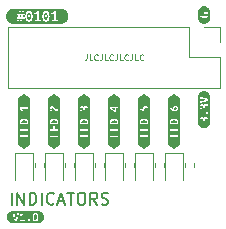
<source format=gbr>
%TF.GenerationSoftware,KiCad,Pcbnew,6.0.7+dfsg-1~bpo11+1*%
%TF.CreationDate,2022-10-07T09:30:16+00:00*%
%TF.ProjectId,0101-INDICATORS,30313031-2d49-44e4-9449-4341544f5253,rev?*%
%TF.SameCoordinates,Original*%
%TF.FileFunction,Legend,Top*%
%TF.FilePolarity,Positive*%
%FSLAX46Y46*%
G04 Gerber Fmt 4.6, Leading zero omitted, Abs format (unit mm)*
G04 Created by KiCad (PCBNEW 6.0.7+dfsg-1~bpo11+1) date 2022-10-07 09:30:16*
%MOMM*%
%LPD*%
G01*
G04 APERTURE LIST*
%ADD10C,0.120000*%
%ADD11C,0.150000*%
G04 APERTURE END LIST*
D10*
X7490476Y15073810D02*
X7490476Y14716667D01*
X7466666Y14645239D01*
X7419047Y14597620D01*
X7347619Y14573810D01*
X7300000Y14573810D01*
X7966666Y14573810D02*
X7728571Y14573810D01*
X7728571Y15073810D01*
X8419047Y14621429D02*
X8395238Y14597620D01*
X8323809Y14573810D01*
X8276190Y14573810D01*
X8204761Y14597620D01*
X8157142Y14645239D01*
X8133333Y14692858D01*
X8109523Y14788096D01*
X8109523Y14859524D01*
X8133333Y14954762D01*
X8157142Y15002381D01*
X8204761Y15050000D01*
X8276190Y15073810D01*
X8323809Y15073810D01*
X8395238Y15050000D01*
X8419047Y15026191D01*
X8776190Y15073810D02*
X8776190Y14716667D01*
X8752380Y14645239D01*
X8704761Y14597620D01*
X8633333Y14573810D01*
X8585714Y14573810D01*
X9252380Y14573810D02*
X9014285Y14573810D01*
X9014285Y15073810D01*
X9704761Y14621429D02*
X9680952Y14597620D01*
X9609523Y14573810D01*
X9561904Y14573810D01*
X9490476Y14597620D01*
X9442857Y14645239D01*
X9419047Y14692858D01*
X9395238Y14788096D01*
X9395238Y14859524D01*
X9419047Y14954762D01*
X9442857Y15002381D01*
X9490476Y15050000D01*
X9561904Y15073810D01*
X9609523Y15073810D01*
X9680952Y15050000D01*
X9704761Y15026191D01*
X10061904Y15073810D02*
X10061904Y14716667D01*
X10038095Y14645239D01*
X9990476Y14597620D01*
X9919047Y14573810D01*
X9871428Y14573810D01*
X10538095Y14573810D02*
X10300000Y14573810D01*
X10300000Y15073810D01*
X10990476Y14621429D02*
X10966666Y14597620D01*
X10895238Y14573810D01*
X10847619Y14573810D01*
X10776190Y14597620D01*
X10728571Y14645239D01*
X10704761Y14692858D01*
X10680952Y14788096D01*
X10680952Y14859524D01*
X10704761Y14954762D01*
X10728571Y15002381D01*
X10776190Y15050000D01*
X10847619Y15073810D01*
X10895238Y15073810D01*
X10966666Y15050000D01*
X10990476Y15026191D01*
X11347619Y15073810D02*
X11347619Y14716667D01*
X11323809Y14645239D01*
X11276190Y14597620D01*
X11204761Y14573810D01*
X11157142Y14573810D01*
X11823809Y14573810D02*
X11585714Y14573810D01*
X11585714Y15073810D01*
X12276190Y14621429D02*
X12252380Y14597620D01*
X12180952Y14573810D01*
X12133333Y14573810D01*
X12061904Y14597620D01*
X12014285Y14645239D01*
X11990476Y14692858D01*
X11966666Y14788096D01*
X11966666Y14859524D01*
X11990476Y14954762D01*
X12014285Y15002381D01*
X12061904Y15050000D01*
X12133333Y15073810D01*
X12180952Y15073810D01*
X12252380Y15050000D01*
X12276190Y15026191D01*
D11*
X1135595Y2347620D02*
X1135595Y3347620D01*
X1611785Y2347620D02*
X1611785Y3347620D01*
X2183214Y2347620D01*
X2183214Y3347620D01*
X2659404Y2347620D02*
X2659404Y3347620D01*
X2897500Y3347620D01*
X3040357Y3300000D01*
X3135595Y3204762D01*
X3183214Y3109524D01*
X3230833Y2919048D01*
X3230833Y2776191D01*
X3183214Y2585715D01*
X3135595Y2490477D01*
X3040357Y2395239D01*
X2897500Y2347620D01*
X2659404Y2347620D01*
X3659404Y2347620D02*
X3659404Y3347620D01*
X4707023Y2442858D02*
X4659404Y2395239D01*
X4516547Y2347620D01*
X4421309Y2347620D01*
X4278452Y2395239D01*
X4183214Y2490477D01*
X4135595Y2585715D01*
X4087976Y2776191D01*
X4087976Y2919048D01*
X4135595Y3109524D01*
X4183214Y3204762D01*
X4278452Y3300000D01*
X4421309Y3347620D01*
X4516547Y3347620D01*
X4659404Y3300000D01*
X4707023Y3252381D01*
X5087976Y2633334D02*
X5564166Y2633334D01*
X4992738Y2347620D02*
X5326071Y3347620D01*
X5659404Y2347620D01*
X5849880Y3347620D02*
X6421309Y3347620D01*
X6135595Y2347620D02*
X6135595Y3347620D01*
X6945119Y3347620D02*
X7135595Y3347620D01*
X7230833Y3300000D01*
X7326071Y3204762D01*
X7373690Y3014286D01*
X7373690Y2680953D01*
X7326071Y2490477D01*
X7230833Y2395239D01*
X7135595Y2347620D01*
X6945119Y2347620D01*
X6849880Y2395239D01*
X6754642Y2490477D01*
X6707023Y2680953D01*
X6707023Y3014286D01*
X6754642Y3204762D01*
X6849880Y3300000D01*
X6945119Y3347620D01*
X8373690Y2347620D02*
X8040357Y2823810D01*
X7802261Y2347620D02*
X7802261Y3347620D01*
X8183214Y3347620D01*
X8278452Y3300000D01*
X8326071Y3252381D01*
X8373690Y3157143D01*
X8373690Y3014286D01*
X8326071Y2919048D01*
X8278452Y2871429D01*
X8183214Y2823810D01*
X7802261Y2823810D01*
X8754642Y2395239D02*
X8897500Y2347620D01*
X9135595Y2347620D01*
X9230833Y2395239D01*
X9278452Y2442858D01*
X9326071Y2538096D01*
X9326071Y2633334D01*
X9278452Y2728572D01*
X9230833Y2776191D01*
X9135595Y2823810D01*
X8945119Y2871429D01*
X8849880Y2919048D01*
X8802261Y2966667D01*
X8754642Y3061905D01*
X8754642Y3157143D01*
X8802261Y3252381D01*
X8849880Y3300000D01*
X8945119Y3347620D01*
X9183214Y3347620D01*
X9326071Y3300000D01*
%TO.C,kibuzzard-633FDF9B*%
G36*
X15041687Y10572259D02*
G01*
X15078358Y10556702D01*
X15106139Y10529476D01*
X15117252Y10489471D01*
X15103361Y10441132D01*
X15066134Y10410573D01*
X15013350Y10395015D01*
X14951676Y10390570D01*
X14930562Y10391126D01*
X14910559Y10392793D01*
X14898336Y10429464D01*
X14893891Y10472803D01*
X14900975Y10521975D01*
X14922228Y10553924D01*
X15002793Y10577260D01*
X15041687Y10572259D01*
G37*
G36*
X14880000Y7057442D02*
G01*
X14386049Y7386742D01*
X14386049Y8061390D01*
X14532734Y8061390D01*
X15220598Y8061390D01*
X15220598Y8493666D01*
X15107251Y8493666D01*
X15107251Y8199185D01*
X14532734Y8199185D01*
X14532734Y8061390D01*
X14386049Y8061390D01*
X14386049Y8608125D01*
X14532734Y8608125D01*
X15220598Y8608125D01*
X15220598Y9049291D01*
X15107251Y9049291D01*
X15107251Y8744809D01*
X14913893Y8744809D01*
X14913893Y8988173D01*
X14800546Y8988173D01*
X14800546Y8744809D01*
X14646082Y8744809D01*
X14646082Y9024844D01*
X14532734Y9024844D01*
X14532734Y8608125D01*
X14386049Y8608125D01*
X14386049Y9318214D01*
X14524956Y9318214D01*
X14528289Y9241538D01*
X14541624Y9153749D01*
X15212819Y9153749D01*
X15225599Y9228758D01*
X15229488Y9300434D01*
X15224626Y9367525D01*
X15210041Y9428783D01*
X15184899Y9483095D01*
X15148367Y9529351D01*
X15099889Y9566995D01*
X15038909Y9595471D01*
X14964594Y9613390D01*
X14876111Y9619363D01*
X14789572Y9613945D01*
X14716646Y9597693D01*
X14656361Y9571718D01*
X14607744Y9537130D01*
X14570656Y9493930D01*
X14544958Y9442118D01*
X14529956Y9383083D01*
X14524956Y9318214D01*
X14386049Y9318214D01*
X14386049Y10670605D01*
X14528289Y10670605D01*
X14534957Y10581427D01*
X14554959Y10500584D01*
X14588019Y10429464D01*
X14633858Y10369456D01*
X14692199Y10321256D01*
X14762763Y10285557D01*
X14845273Y10263471D01*
X14939452Y10256109D01*
X15031994Y10262838D01*
X15106633Y10283026D01*
X15163369Y10316672D01*
X15203189Y10363159D01*
X15227080Y10421870D01*
X15235044Y10492805D01*
X15229627Y10545589D01*
X15213375Y10590595D01*
X15157257Y10658381D01*
X15081692Y10697831D01*
X15000571Y10710610D01*
X14916116Y10698942D01*
X14846107Y10660604D01*
X14798323Y10592262D01*
X14784988Y10546006D01*
X14780543Y10490583D01*
X14785544Y10455023D01*
X14799434Y10413906D01*
X14727203Y10452244D01*
X14679975Y10513919D01*
X14653861Y10591706D01*
X14644971Y10678384D01*
X14528289Y10670605D01*
X14386049Y10670605D01*
X14386049Y11385258D01*
X14880000Y11714558D01*
X15373951Y11385258D01*
X15373951Y7386742D01*
X14880000Y7057442D01*
G37*
G36*
X14925145Y9478373D02*
G01*
X14970011Y9472122D01*
X15043909Y9444341D01*
X15092804Y9393223D01*
X15110584Y9314880D01*
X15110584Y9302656D01*
X15109473Y9290433D01*
X14647193Y9290433D01*
X14644415Y9310435D01*
X14643859Y9330438D01*
X14663306Y9404891D01*
X14714979Y9450453D01*
X14789433Y9473789D01*
X14876111Y9480456D01*
X14925145Y9478373D01*
G37*
D10*
%TO.C,R3*%
X8150000Y5551359D02*
X8150000Y5858641D01*
X8910000Y5551359D02*
X8910000Y5858641D01*
%TO.C,kibuzzard-633FDFAC*%
G36*
X4771812Y9474483D02*
G01*
X4816679Y9468233D01*
X4890577Y9440451D01*
X4939472Y9389334D01*
X4957252Y9310991D01*
X4957252Y9298767D01*
X4956141Y9286543D01*
X4493861Y9286543D01*
X4491082Y9306546D01*
X4490527Y9326548D01*
X4509974Y9401002D01*
X4561647Y9446563D01*
X4636101Y9469899D01*
X4722778Y9476567D01*
X4771812Y9474483D01*
G37*
G36*
X4720000Y7056701D02*
G01*
X4224938Y7386742D01*
X4224938Y8057501D01*
X4379402Y8057501D01*
X5067266Y8057501D01*
X5067266Y8489777D01*
X4953918Y8489777D01*
X4953918Y8195296D01*
X4379402Y8195296D01*
X4379402Y8057501D01*
X4224938Y8057501D01*
X4224938Y8604236D01*
X4379402Y8604236D01*
X5067266Y8604236D01*
X5067266Y9045402D01*
X4953918Y9045402D01*
X4953918Y8740919D01*
X4760561Y8740919D01*
X4760561Y8984283D01*
X4647213Y8984283D01*
X4647213Y8740919D01*
X4492749Y8740919D01*
X4492749Y9020954D01*
X4379402Y9020954D01*
X4379402Y8604236D01*
X4224938Y8604236D01*
X4224938Y9314324D01*
X4371623Y9314324D01*
X4374957Y9237648D01*
X4388292Y9149859D01*
X5059487Y9149859D01*
X5072266Y9224869D01*
X5076156Y9296544D01*
X5071294Y9363636D01*
X5056709Y9424894D01*
X5031567Y9479206D01*
X4995034Y9525462D01*
X4946556Y9563105D01*
X4885576Y9591581D01*
X4811261Y9609500D01*
X4722778Y9615473D01*
X4636240Y9610056D01*
X4563314Y9593804D01*
X4503028Y9567828D01*
X4454411Y9533241D01*
X4417323Y9490041D01*
X4391626Y9438229D01*
X4376624Y9379194D01*
X4371623Y9314324D01*
X4224938Y9314324D01*
X4224938Y10467802D01*
X4363844Y10467802D01*
X4369401Y10409878D01*
X4386069Y10351676D01*
X4414406Y10296808D01*
X4454967Y10248886D01*
X4550534Y10316672D01*
X4498306Y10386681D01*
X4482748Y10454467D01*
X4505529Y10518919D01*
X4570537Y10544478D01*
X4629433Y10523920D01*
X4689441Y10471691D01*
X4721250Y10438909D01*
X4754449Y10403905D01*
X4789731Y10368901D01*
X4827791Y10336119D01*
X4869046Y10307226D01*
X4913913Y10283890D01*
X4962808Y10268471D01*
X5016148Y10263332D01*
X5039484Y10262776D01*
X5067266Y10265554D01*
X5067266Y10714499D01*
X4953918Y10714499D01*
X4953918Y10418907D01*
X4917247Y10430575D01*
X4877798Y10458912D01*
X4840015Y10494472D01*
X4808344Y10527809D01*
X4752782Y10584483D01*
X4692774Y10634489D01*
X4628877Y10670049D01*
X4560536Y10683384D01*
X4474414Y10665604D01*
X4412739Y10617821D01*
X4376068Y10548923D01*
X4363844Y10467802D01*
X4224938Y10467802D01*
X4224938Y11385258D01*
X4720000Y11715299D01*
X5215062Y11385258D01*
X5215062Y7386742D01*
X4720000Y7056701D01*
G37*
%TO.C,R6*%
X16530000Y5551359D02*
X16530000Y5858641D01*
X15770000Y5551359D02*
X15770000Y5858641D01*
%TO.C,R4*%
X11450000Y5551359D02*
X11450000Y5858641D01*
X10690000Y5551359D02*
X10690000Y5858641D01*
%TO.C,kibuzzard-633FE26A*%
G36*
X17915443Y9269309D02*
G01*
X17908274Y9220982D01*
X17896403Y9173590D01*
X17879944Y9127590D01*
X17859056Y9083425D01*
X17833939Y9041520D01*
X17804836Y9002279D01*
X17772026Y8966079D01*
X17735826Y8933270D01*
X17696585Y8904167D01*
X17654680Y8879050D01*
X17610515Y8858161D01*
X17564515Y8841702D01*
X17517124Y8829831D01*
X17468797Y8822663D01*
X17420000Y8820266D01*
X17371203Y8822663D01*
X17322876Y8829831D01*
X17275485Y8841702D01*
X17229485Y8858161D01*
X17185320Y8879050D01*
X17143415Y8904167D01*
X17104174Y8933270D01*
X17067974Y8966079D01*
X17035164Y9002279D01*
X17006061Y9041520D01*
X16980944Y9083425D01*
X16960056Y9127590D01*
X16943597Y9173590D01*
X16931726Y9220982D01*
X16924557Y9269309D01*
X16922160Y9318106D01*
X16922160Y9521557D01*
X17061066Y9521557D01*
X17066206Y9462522D01*
X17081624Y9409876D01*
X17122185Y9330422D01*
X17222198Y9379317D01*
X17190527Y9445436D01*
X17177748Y9522668D01*
X17199417Y9585454D01*
X17258869Y9608234D01*
X17301096Y9597678D01*
X17327766Y9570452D01*
X17342213Y9532669D01*
X17346658Y9490442D01*
X17346658Y9439324D01*
X17460005Y9439324D01*
X17460005Y9481552D01*
X17465422Y9542393D01*
X17481674Y9591566D01*
X17511539Y9624070D01*
X17557795Y9634904D01*
X17632249Y9606568D01*
X17654752Y9567813D01*
X17662253Y9508222D01*
X17659197Y9455576D01*
X17650029Y9410988D01*
X17626693Y9344868D01*
X17741151Y9318198D01*
X17753375Y9352647D01*
X17765599Y9400986D01*
X17775044Y9455438D01*
X17778934Y9509333D01*
X17774905Y9573508D01*
X17762821Y9628237D01*
X17743374Y9673798D01*
X17717259Y9710469D01*
X17647806Y9758253D01*
X17560018Y9773811D01*
X17504177Y9766449D01*
X17456671Y9744363D01*
X17418611Y9708941D01*
X17391108Y9661574D01*
X17333323Y9723804D01*
X17254424Y9747141D01*
X17177748Y9733806D01*
X17116073Y9692689D01*
X17075512Y9622125D01*
X17064678Y9575591D01*
X17061066Y9521557D01*
X16922160Y9521557D01*
X16922160Y10107186D01*
X17578909Y10107186D01*
X17585576Y10069403D01*
X17604468Y10037733D01*
X17635027Y10015508D01*
X17676699Y10007173D01*
X17719482Y10015508D01*
X17750597Y10037733D01*
X17770044Y10069403D01*
X17776711Y10107186D01*
X17751153Y10176083D01*
X17676699Y10206087D01*
X17604468Y10176083D01*
X17578909Y10107186D01*
X16922160Y10107186D01*
X16922160Y10632807D01*
X17061066Y10632807D01*
X17066206Y10573772D01*
X17081624Y10521126D01*
X17122185Y10441672D01*
X17222198Y10490567D01*
X17190527Y10556686D01*
X17177748Y10633918D01*
X17199417Y10696704D01*
X17258869Y10719484D01*
X17301096Y10708928D01*
X17327766Y10681702D01*
X17342213Y10643919D01*
X17346658Y10601692D01*
X17346658Y10550574D01*
X17460005Y10550574D01*
X17460005Y10592802D01*
X17465422Y10653643D01*
X17481674Y10702816D01*
X17511539Y10735320D01*
X17557795Y10746154D01*
X17632249Y10717818D01*
X17654752Y10679063D01*
X17662253Y10619472D01*
X17659197Y10566826D01*
X17650029Y10522238D01*
X17626693Y10456118D01*
X17741151Y10429448D01*
X17753375Y10463897D01*
X17765599Y10512236D01*
X17775044Y10566688D01*
X17778934Y10620583D01*
X17774905Y10684758D01*
X17762821Y10739487D01*
X17743374Y10785048D01*
X17717259Y10821719D01*
X17647806Y10869503D01*
X17560018Y10885061D01*
X17504177Y10877699D01*
X17456671Y10855613D01*
X17418611Y10820191D01*
X17391108Y10772824D01*
X17333323Y10835054D01*
X17254424Y10858391D01*
X17177748Y10845056D01*
X17116073Y10803939D01*
X17075512Y10733375D01*
X17064678Y10686841D01*
X17061066Y10632807D01*
X16922160Y10632807D01*
X16922160Y10953958D01*
X17076624Y10953958D01*
X17138854Y10966738D01*
X17216641Y10985073D01*
X17274858Y10999766D01*
X17335422Y11015694D01*
X17398331Y11032857D01*
X17462474Y11051007D01*
X17526742Y11069899D01*
X17591133Y11089531D01*
X17682811Y11118701D01*
X17764488Y11146204D01*
X17764488Y11287333D01*
X17705283Y11308570D01*
X17644719Y11329314D01*
X17582798Y11349563D01*
X17520568Y11369010D01*
X17459079Y11387346D01*
X17398331Y11404570D01*
X17309847Y11428184D01*
X17225531Y11449020D01*
X17147188Y11466939D01*
X17076624Y11481802D01*
X17076624Y11338451D01*
X17134409Y11328449D01*
X17201084Y11316226D01*
X17273176Y11302335D01*
X17347213Y11287333D01*
X17421667Y11271220D01*
X17495009Y11253996D01*
X17563768Y11236216D01*
X17624470Y11218436D01*
X17562935Y11200517D01*
X17493898Y11182320D01*
X17420556Y11164540D01*
X17346102Y11147871D01*
X17272204Y11132453D01*
X17200528Y11118423D01*
X17134270Y11106755D01*
X17076624Y11098421D01*
X17076624Y10953958D01*
X16922160Y10953958D01*
X16922160Y11481894D01*
X16924557Y11530691D01*
X16931726Y11579018D01*
X16943597Y11626410D01*
X16960056Y11672410D01*
X16980944Y11716575D01*
X17006061Y11758480D01*
X17035164Y11797721D01*
X17067974Y11833921D01*
X17104174Y11866730D01*
X17143415Y11895833D01*
X17185320Y11920950D01*
X17229485Y11941839D01*
X17275485Y11958298D01*
X17322876Y11970169D01*
X17371203Y11977337D01*
X17420000Y11979734D01*
X17468797Y11977337D01*
X17517124Y11970169D01*
X17564515Y11958298D01*
X17610515Y11941839D01*
X17654680Y11920950D01*
X17696585Y11895833D01*
X17735826Y11866730D01*
X17772026Y11833921D01*
X17804836Y11797721D01*
X17833939Y11758480D01*
X17859056Y11716575D01*
X17879944Y11672410D01*
X17896403Y11626410D01*
X17908274Y11579018D01*
X17915443Y11530691D01*
X17917840Y11481894D01*
X17917840Y9318106D01*
X17915443Y9269309D01*
G37*
%TO.C,kibuzzard-633FDF52*%
G36*
X2180000Y7059294D02*
G01*
X1688827Y7386742D01*
X1688827Y8059168D01*
X1835512Y8059168D01*
X2523376Y8059168D01*
X2523376Y8491444D01*
X2410029Y8491444D01*
X2410029Y8196963D01*
X1835512Y8196963D01*
X1835512Y8059168D01*
X1688827Y8059168D01*
X1688827Y8605903D01*
X1835512Y8605903D01*
X2523376Y8605903D01*
X2523376Y9047069D01*
X2410029Y9047069D01*
X2410029Y8742586D01*
X2216671Y8742586D01*
X2216671Y8985950D01*
X2103324Y8985950D01*
X2103324Y8742586D01*
X1948860Y8742586D01*
X1948860Y9022621D01*
X1835512Y9022621D01*
X1835512Y8605903D01*
X1688827Y8605903D01*
X1688827Y9315991D01*
X1827734Y9315991D01*
X1831067Y9239315D01*
X1844402Y9151526D01*
X2515598Y9151526D01*
X2528377Y9226536D01*
X2532266Y9298211D01*
X2527405Y9365303D01*
X2512819Y9426561D01*
X2487677Y9480873D01*
X2451145Y9527129D01*
X2402667Y9564772D01*
X2341687Y9593248D01*
X2267372Y9611167D01*
X2178889Y9617140D01*
X2092350Y9611723D01*
X2019424Y9595471D01*
X1959139Y9569495D01*
X1910522Y9534908D01*
X1873434Y9491708D01*
X1847736Y9439896D01*
X1832734Y9380860D01*
X1827734Y9315991D01*
X1688827Y9315991D01*
X1688827Y10482804D01*
X1835512Y10482804D01*
X1878851Y10435020D01*
X1918856Y10376124D01*
X1953305Y10313894D01*
X1978864Y10256109D01*
X2092211Y10300559D01*
X2064986Y10368345D01*
X2025536Y10439465D01*
X2410029Y10439465D01*
X2410029Y10295003D01*
X2523376Y10295003D01*
X2523376Y10712833D01*
X2410029Y10712833D01*
X2410029Y10576149D01*
X1835512Y10576149D01*
X1835512Y10482804D01*
X1688827Y10482804D01*
X1688827Y11385258D01*
X2180000Y11712706D01*
X2671173Y11385258D01*
X2671173Y7386742D01*
X2180000Y7059294D01*
G37*
G36*
X2227923Y9476150D02*
G01*
X2272789Y9469899D01*
X2346688Y9442118D01*
X2395582Y9391001D01*
X2413362Y9312658D01*
X2413362Y9300434D01*
X2412251Y9288210D01*
X1949971Y9288210D01*
X1947193Y9308213D01*
X1946638Y9328215D01*
X1966084Y9402669D01*
X2017758Y9448230D01*
X2092211Y9471566D01*
X2178889Y9478234D01*
X2227923Y9476150D01*
G37*
%TO.C,D5*%
X13075000Y6680000D02*
X11605000Y6680000D01*
X11605000Y6680000D02*
X11605000Y4395000D01*
X13075000Y4395000D02*
X13075000Y6680000D01*
%TO.C,kibuzzard-633FE25F*%
G36*
X17920443Y18108302D02*
G01*
X17913274Y18059976D01*
X17901403Y18012584D01*
X17884944Y17966584D01*
X17864056Y17922419D01*
X17838939Y17880514D01*
X17809836Y17841273D01*
X17777026Y17805073D01*
X17740826Y17772264D01*
X17701585Y17743160D01*
X17659680Y17718044D01*
X17615515Y17697155D01*
X17569515Y17680696D01*
X17522124Y17668825D01*
X17473797Y17661657D01*
X17425000Y17659259D01*
X17376203Y17661657D01*
X17327876Y17668825D01*
X17280485Y17680696D01*
X17234485Y17697155D01*
X17190320Y17718044D01*
X17148415Y17743160D01*
X17109174Y17772264D01*
X17072974Y17805073D01*
X17040164Y17841273D01*
X17011061Y17880514D01*
X16985944Y17922419D01*
X16965056Y17966584D01*
X16948597Y18012584D01*
X16936726Y18059976D01*
X16929557Y18108302D01*
X16927160Y18157099D01*
X16927160Y18455007D01*
X17066066Y18455007D01*
X17071761Y18394722D01*
X17088847Y18338326D01*
X17117323Y18287486D01*
X17157189Y18243869D01*
X17208167Y18208032D01*
X17269981Y18180528D01*
X17342351Y18163026D01*
X17425000Y18157192D01*
X17508483Y18162193D01*
X17581131Y18177194D01*
X17642805Y18201364D01*
X17693367Y18233868D01*
X17732816Y18274290D01*
X17761153Y18322213D01*
X17778239Y18377080D01*
X17783934Y18438338D01*
X17781156Y18506263D01*
X17772821Y18563354D01*
X17752819Y18639474D01*
X17409443Y18639474D01*
X17409443Y18502791D01*
X17660585Y18502791D01*
X17663919Y18476121D01*
X17665030Y18449451D01*
X17650445Y18383053D01*
X17606689Y18334992D01*
X17560573Y18313384D01*
X17500009Y18300420D01*
X17425000Y18296098D01*
X17374021Y18298460D01*
X17327766Y18305544D01*
X17252201Y18336659D01*
X17202750Y18391666D01*
X17184970Y18473898D01*
X17197194Y18547241D01*
X17224975Y18607248D01*
X17116073Y18642808D01*
X17102738Y18620028D01*
X17086069Y18581689D01*
X17072178Y18526683D01*
X17066066Y18455007D01*
X16927160Y18455007D01*
X16927160Y18642901D01*
X16929557Y18691698D01*
X16936726Y18740024D01*
X16948597Y18787416D01*
X16965056Y18833416D01*
X16985944Y18877581D01*
X17011061Y18919486D01*
X17040164Y18958727D01*
X17072974Y18994927D01*
X17109174Y19027736D01*
X17148415Y19056840D01*
X17190320Y19081956D01*
X17234485Y19102845D01*
X17280485Y19119304D01*
X17327876Y19131175D01*
X17376203Y19138343D01*
X17425000Y19140741D01*
X17473797Y19138343D01*
X17522124Y19131175D01*
X17569515Y19119304D01*
X17615515Y19102845D01*
X17659680Y19081956D01*
X17701585Y19056840D01*
X17740826Y19027736D01*
X17777026Y18994927D01*
X17809836Y18958727D01*
X17838939Y18919486D01*
X17864056Y18877581D01*
X17884944Y18833416D01*
X17901403Y18787416D01*
X17913274Y18740024D01*
X17920443Y18691698D01*
X17922840Y18642901D01*
X17922840Y18157099D01*
X17920443Y18108302D01*
G37*
%TO.C,kibuzzard-633FDFA3*%
G36*
X9847923Y9467260D02*
G01*
X9892789Y9461009D01*
X9966688Y9433228D01*
X10015582Y9382111D01*
X10033362Y9303768D01*
X10033362Y9291544D01*
X10032251Y9279320D01*
X9569971Y9279320D01*
X9567193Y9299323D01*
X9566638Y9319325D01*
X9586084Y9393779D01*
X9637758Y9439340D01*
X9712211Y9462676D01*
X9798889Y9469344D01*
X9847923Y9467260D01*
G37*
G36*
X9800000Y7059294D02*
G01*
X9308827Y7386742D01*
X9308827Y8050277D01*
X9455512Y8050277D01*
X10143376Y8050277D01*
X10143376Y8482554D01*
X10030029Y8482554D01*
X10030029Y8188072D01*
X9455512Y8188072D01*
X9455512Y8050277D01*
X9308827Y8050277D01*
X9308827Y8597012D01*
X9455512Y8597012D01*
X10143376Y8597012D01*
X10143376Y9038179D01*
X10030029Y9038179D01*
X10030029Y8733696D01*
X9836671Y8733696D01*
X9836671Y8977060D01*
X9723324Y8977060D01*
X9723324Y8733696D01*
X9568860Y8733696D01*
X9568860Y9013731D01*
X9455512Y9013731D01*
X9455512Y8597012D01*
X9308827Y8597012D01*
X9308827Y9307101D01*
X9447734Y9307101D01*
X9451067Y9230425D01*
X9464402Y9142636D01*
X10135598Y9142636D01*
X10148377Y9217646D01*
X10152266Y9289321D01*
X10147405Y9356413D01*
X10132819Y9417671D01*
X10107677Y9471983D01*
X10071145Y9518239D01*
X10022667Y9555882D01*
X9961687Y9584358D01*
X9887372Y9602277D01*
X9798889Y9608250D01*
X9712350Y9602833D01*
X9639424Y9586581D01*
X9579139Y9560605D01*
X9530522Y9526018D01*
X9493434Y9482818D01*
X9467736Y9431006D01*
X9452734Y9371970D01*
X9447734Y9307101D01*
X9308827Y9307101D01*
X9308827Y10525031D01*
X9455512Y10525031D01*
X9502880Y10480581D01*
X9556081Y10436131D01*
X9612615Y10392793D01*
X9669984Y10351676D01*
X9727074Y10313338D01*
X9782776Y10278334D01*
X9834865Y10248052D01*
X9881121Y10223883D01*
X9981134Y10223883D01*
X9981134Y10510585D01*
X10143376Y10510585D01*
X10143376Y10647269D01*
X9981134Y10647269D01*
X9981134Y10721723D01*
X9868897Y10721723D01*
X9868897Y10647269D01*
X9455512Y10647269D01*
X9455512Y10525031D01*
X9308827Y10525031D01*
X9308827Y11385258D01*
X9800000Y11712706D01*
X10291173Y11385258D01*
X10291173Y7386742D01*
X9800000Y7059294D01*
G37*
G36*
X9868897Y10355010D02*
G01*
X9805556Y10388348D01*
X9741659Y10427797D01*
X9681096Y10469469D01*
X9626645Y10510585D01*
X9868897Y10510585D01*
X9868897Y10355010D01*
G37*
%TO.C,D3*%
X7995000Y6680000D02*
X6525000Y6680000D01*
X6525000Y6680000D02*
X6525000Y4395000D01*
X7995000Y4395000D02*
X7995000Y6680000D01*
%TO.C,R2*%
X5610000Y5551359D02*
X5610000Y5858641D01*
X6370000Y5551359D02*
X6370000Y5858641D01*
%TO.C,R5*%
X13230000Y5551359D02*
X13230000Y5858641D01*
X13990000Y5551359D02*
X13990000Y5858641D01*
%TO.C,R1*%
X3070000Y5551359D02*
X3070000Y5858641D01*
X3830000Y5551359D02*
X3830000Y5858641D01*
%TO.C,kibuzzard-633FDFA7*%
G36*
X7260000Y7054849D02*
G01*
X6762160Y7386742D01*
X6762160Y8063613D01*
X6916624Y8063613D01*
X7604487Y8063613D01*
X7604487Y8495889D01*
X7491140Y8495889D01*
X7491140Y8201408D01*
X6916624Y8201408D01*
X6916624Y8063613D01*
X6762160Y8063613D01*
X6762160Y8610348D01*
X6916624Y8610348D01*
X7604487Y8610348D01*
X7604487Y9051514D01*
X7491140Y9051514D01*
X7491140Y8747031D01*
X7297782Y8747031D01*
X7297782Y8990395D01*
X7184435Y8990395D01*
X7184435Y8747031D01*
X7029971Y8747031D01*
X7029971Y9027066D01*
X6916624Y9027066D01*
X6916624Y8610348D01*
X6762160Y8610348D01*
X6762160Y9320436D01*
X6908845Y9320436D01*
X6912179Y9243760D01*
X6925514Y9155971D01*
X7596709Y9155971D01*
X7609488Y9230981D01*
X7613377Y9302656D01*
X7608516Y9369748D01*
X7593931Y9431006D01*
X7568789Y9485318D01*
X7532256Y9531574D01*
X7483778Y9569217D01*
X7422798Y9597693D01*
X7348483Y9615612D01*
X7260000Y9621585D01*
X7173461Y9616168D01*
X7100536Y9599916D01*
X7040250Y9573940D01*
X6991633Y9539353D01*
X6954545Y9496153D01*
X6928847Y9444341D01*
X6913846Y9385305D01*
X6908845Y9320436D01*
X6762160Y9320436D01*
X6762160Y10456134D01*
X6901066Y10456134D01*
X6906206Y10397099D01*
X6921624Y10344453D01*
X6962185Y10264999D01*
X7062197Y10313894D01*
X7030527Y10380013D01*
X7017747Y10457245D01*
X7039417Y10520031D01*
X7098869Y10542811D01*
X7141096Y10532254D01*
X7167766Y10505029D01*
X7182212Y10467246D01*
X7186657Y10425019D01*
X7186657Y10373901D01*
X7300005Y10373901D01*
X7300005Y10416129D01*
X7305422Y10476970D01*
X7321674Y10526143D01*
X7351539Y10558647D01*
X7397795Y10569481D01*
X7472249Y10541144D01*
X7494752Y10502390D01*
X7502252Y10442799D01*
X7499197Y10390153D01*
X7490029Y10345564D01*
X7466692Y10279445D01*
X7581151Y10252775D01*
X7593375Y10287224D01*
X7605599Y10335563D01*
X7615044Y10390014D01*
X7618934Y10443910D01*
X7614905Y10508085D01*
X7602821Y10562814D01*
X7583374Y10608375D01*
X7557259Y10645046D01*
X7487806Y10692830D01*
X7400017Y10708388D01*
X7344177Y10701025D01*
X7296671Y10678939D01*
X7258611Y10643518D01*
X7231107Y10596151D01*
X7173322Y10658381D01*
X7094424Y10681718D01*
X7017747Y10668383D01*
X6956073Y10627266D01*
X6915512Y10556702D01*
X6904678Y10510168D01*
X6901066Y10456134D01*
X6762160Y10456134D01*
X6762160Y11385258D01*
X7260000Y11717151D01*
X7757840Y11385258D01*
X7757840Y7386742D01*
X7260000Y7054849D01*
G37*
G36*
X7309034Y9480595D02*
G01*
X7353901Y9474344D01*
X7427799Y9446563D01*
X7476694Y9395446D01*
X7494474Y9317103D01*
X7494474Y9304879D01*
X7493362Y9292655D01*
X7031082Y9292655D01*
X7028304Y9312658D01*
X7027749Y9332660D01*
X7047196Y9407114D01*
X7098869Y9452675D01*
X7173322Y9476011D01*
X7260000Y9482679D01*
X7309034Y9480595D01*
G37*
%TO.C,D6*%
X15615000Y6680000D02*
X14145000Y6680000D01*
X14145000Y6680000D02*
X14145000Y4395000D01*
X15615000Y4395000D02*
X15615000Y6680000D01*
%TO.C,D2*%
X5455000Y6680000D02*
X3985000Y6680000D01*
X3985000Y6680000D02*
X3985000Y4395000D01*
X5455000Y4395000D02*
X5455000Y6680000D01*
%TO.C,kibuzzard-633FDF9F*%
G36*
X12340000Y7057442D02*
G01*
X11846049Y7386742D01*
X11846049Y8065835D01*
X11992734Y8065835D01*
X12680598Y8065835D01*
X12680598Y8498111D01*
X12567251Y8498111D01*
X12567251Y8203630D01*
X11992734Y8203630D01*
X11992734Y8065835D01*
X11846049Y8065835D01*
X11846049Y8612570D01*
X11992734Y8612570D01*
X12680598Y8612570D01*
X12680598Y9053736D01*
X12567251Y9053736D01*
X12567251Y8749254D01*
X12373893Y8749254D01*
X12373893Y8992618D01*
X12260546Y8992618D01*
X12260546Y8749254D01*
X12106082Y8749254D01*
X12106082Y9029289D01*
X11992734Y9029289D01*
X11992734Y8612570D01*
X11846049Y8612570D01*
X11846049Y9322659D01*
X11984956Y9322659D01*
X11988289Y9245983D01*
X12001624Y9158194D01*
X12672819Y9158194D01*
X12685599Y9233203D01*
X12689488Y9304879D01*
X12684626Y9371970D01*
X12670041Y9433228D01*
X12644899Y9487540D01*
X12608367Y9533796D01*
X12559889Y9571440D01*
X12498909Y9599916D01*
X12424594Y9617835D01*
X12336111Y9623808D01*
X12249572Y9618390D01*
X12176646Y9602138D01*
X12116361Y9576163D01*
X12067744Y9541575D01*
X12030656Y9498375D01*
X12004958Y9446563D01*
X11989956Y9387528D01*
X11984956Y9322659D01*
X11846049Y9322659D01*
X11846049Y10329451D01*
X11992734Y10329451D01*
X12077606Y10325284D01*
X12165534Y10319450D01*
X12255962Y10311671D01*
X12348334Y10301670D01*
X12350696Y10378068D01*
X12357780Y10438354D01*
X12384450Y10518919D01*
X12425566Y10556702D01*
X12478351Y10566148D01*
X12515022Y10560591D01*
X12546693Y10540033D01*
X12569473Y10498917D01*
X12578363Y10432798D01*
X12575863Y10380847D01*
X12568362Y10338341D01*
X12546137Y10276111D01*
X12659484Y10248330D01*
X12671708Y10280001D01*
X12683376Y10326118D01*
X12691711Y10379458D01*
X12695044Y10433909D01*
X12690877Y10497528D01*
X12678376Y10552813D01*
X12658373Y10599763D01*
X12631703Y10638379D01*
X12561139Y10689496D01*
X12472794Y10706165D01*
X12408342Y10698633D01*
X12354261Y10676038D01*
X12310552Y10638379D01*
X12277461Y10585409D01*
X12255236Y10516882D01*
X12243877Y10432798D01*
X12180536Y10438354D01*
X12106082Y10443910D01*
X12106082Y10680606D01*
X11992734Y10680606D01*
X11992734Y10329451D01*
X11846049Y10329451D01*
X11846049Y11385258D01*
X12340000Y11714558D01*
X12833951Y11385258D01*
X12833951Y7386742D01*
X12340000Y7057442D01*
G37*
G36*
X12385145Y9482818D02*
G01*
X12430011Y9476567D01*
X12503909Y9448786D01*
X12552804Y9397668D01*
X12570584Y9319325D01*
X12570584Y9307101D01*
X12569473Y9294878D01*
X12107193Y9294878D01*
X12104415Y9314880D01*
X12103859Y9334883D01*
X12123306Y9409336D01*
X12174979Y9454898D01*
X12249433Y9478234D01*
X12336111Y9484901D01*
X12385145Y9482818D01*
G37*
%TO.C,J1*%
X16155000Y14805000D02*
X18755000Y14805000D01*
X18755000Y12205000D02*
X855000Y12205000D01*
X18755000Y14805000D02*
X18755000Y12205000D01*
X16155000Y17405000D02*
X16155000Y14805000D01*
X18755000Y17405000D02*
X18755000Y16075000D01*
X16155000Y17405000D02*
X855000Y17405000D01*
X855000Y17405000D02*
X855000Y12205000D01*
X17425000Y17405000D02*
X18755000Y17405000D01*
%TO.C,kibuzzard-63351A9D*%
G36*
X3145661Y1058859D02*
G01*
X3096488Y1074277D01*
X3060095Y1120533D01*
X3043426Y1168008D01*
X3033425Y1228201D01*
X3030091Y1301111D01*
X3030604Y1312224D01*
X3084543Y1312224D01*
X3101211Y1260551D01*
X3146773Y1238881D01*
X3190667Y1260551D01*
X3207891Y1312224D01*
X3190667Y1364452D01*
X3146773Y1386677D01*
X3101211Y1364452D01*
X3084543Y1312224D01*
X3030604Y1312224D01*
X3033425Y1373404D01*
X3043426Y1433227D01*
X3060095Y1480578D01*
X3096488Y1526834D01*
X3145661Y1542252D01*
X3195529Y1526834D01*
X3231783Y1480578D01*
X3248143Y1433227D01*
X3257959Y1373404D01*
X3261231Y1301111D01*
X3257959Y1228201D01*
X3248143Y1168008D01*
X3231783Y1120533D01*
X3195529Y1074277D01*
X3146773Y1059202D01*
X3145661Y1058859D01*
G37*
G36*
X1166531Y804557D02*
G01*
X1118204Y811726D01*
X1070812Y823597D01*
X1024812Y840056D01*
X980647Y860944D01*
X938742Y886061D01*
X899501Y915164D01*
X863301Y947974D01*
X830492Y984174D01*
X801389Y1023415D01*
X776272Y1065320D01*
X755383Y1109485D01*
X738924Y1155485D01*
X727053Y1202876D01*
X719885Y1251203D01*
X717487Y1300000D01*
X719885Y1348797D01*
X727053Y1397124D01*
X738924Y1444515D01*
X755383Y1490515D01*
X776272Y1534680D01*
X801389Y1576585D01*
X830492Y1615826D01*
X855461Y1643376D01*
X1215420Y1643376D01*
X1228199Y1581146D01*
X1246535Y1503359D01*
X1261228Y1445142D01*
X1277156Y1384578D01*
X1294319Y1321669D01*
X1312469Y1257526D01*
X1331360Y1193258D01*
X1350993Y1128867D01*
X1380163Y1037189D01*
X1407666Y955512D01*
X1548795Y955512D01*
X1570032Y1014717D01*
X1590776Y1075281D01*
X1611025Y1137202D01*
X1630472Y1199432D01*
X1648808Y1260921D01*
X1666032Y1321669D01*
X1689646Y1410153D01*
X1710482Y1494469D01*
X1711753Y1500025D01*
X1809939Y1500025D01*
X1854389Y1386677D01*
X1922175Y1413903D01*
X1993295Y1453352D01*
X1993295Y1068860D01*
X1848833Y1068860D01*
X1848833Y955512D01*
X2266663Y955512D01*
X2266663Y1043301D01*
X2491135Y1043301D01*
X2499469Y1000518D01*
X2521694Y969403D01*
X2553365Y949956D01*
X2591148Y943289D01*
X2660045Y968847D01*
X2690049Y1043301D01*
X2660045Y1115532D01*
X2591148Y1141091D01*
X2553365Y1134424D01*
X2521694Y1115532D01*
X2499469Y1084973D01*
X2491135Y1043301D01*
X2266663Y1043301D01*
X2266663Y1068860D01*
X2129979Y1068860D01*
X2129979Y1301111D01*
X2906743Y1301111D01*
X2910562Y1215823D01*
X2922022Y1142202D01*
X2941122Y1080250D01*
X2967861Y1029966D01*
X3014781Y980577D01*
X3074047Y950944D01*
X3145661Y941066D01*
X3217275Y950944D01*
X3276542Y980577D01*
X3323461Y1029966D01*
X3350201Y1080250D01*
X3369300Y1142202D01*
X3380760Y1215823D01*
X3384580Y1301111D01*
X3380760Y1385879D01*
X3369300Y1459048D01*
X3350201Y1520618D01*
X3323461Y1570589D01*
X3276542Y1619670D01*
X3217275Y1649118D01*
X3145661Y1658934D01*
X3075159Y1649056D01*
X3016262Y1619423D01*
X2968973Y1570034D01*
X2941747Y1519889D01*
X2922300Y1458353D01*
X2910632Y1385427D01*
X2906743Y1301111D01*
X2129979Y1301111D01*
X2129979Y1643376D01*
X2036634Y1643376D01*
X1988850Y1600037D01*
X1929954Y1560033D01*
X1867724Y1525584D01*
X1809939Y1500025D01*
X1711753Y1500025D01*
X1728401Y1572812D01*
X1743264Y1643376D01*
X1599913Y1643376D01*
X1589911Y1585591D01*
X1577688Y1518916D01*
X1563797Y1446824D01*
X1548795Y1372787D01*
X1532682Y1298333D01*
X1515458Y1224991D01*
X1497678Y1156232D01*
X1479898Y1095530D01*
X1461979Y1157065D01*
X1443782Y1226102D01*
X1426002Y1299444D01*
X1409333Y1373898D01*
X1393915Y1447796D01*
X1379885Y1519472D01*
X1368217Y1585730D01*
X1359883Y1643376D01*
X1215420Y1643376D01*
X855461Y1643376D01*
X863301Y1652026D01*
X899501Y1684836D01*
X938742Y1713939D01*
X980647Y1739056D01*
X1024812Y1759944D01*
X1070812Y1776403D01*
X1118204Y1788274D01*
X1166531Y1795443D01*
X1215327Y1797840D01*
X3384673Y1797840D01*
X3433469Y1795443D01*
X3481796Y1788274D01*
X3529188Y1776403D01*
X3575188Y1759944D01*
X3619353Y1739056D01*
X3661258Y1713939D01*
X3700499Y1684836D01*
X3736699Y1652026D01*
X3769508Y1615826D01*
X3798611Y1576585D01*
X3823728Y1534680D01*
X3844617Y1490515D01*
X3861076Y1444515D01*
X3872947Y1397124D01*
X3880115Y1348797D01*
X3882513Y1300000D01*
X3880115Y1251203D01*
X3872947Y1202876D01*
X3861076Y1155485D01*
X3844617Y1109485D01*
X3823728Y1065320D01*
X3798611Y1023415D01*
X3769508Y984174D01*
X3736699Y947974D01*
X3700499Y915164D01*
X3661258Y886061D01*
X3619353Y860944D01*
X3575188Y840056D01*
X3529188Y823597D01*
X3481796Y811726D01*
X3433469Y804557D01*
X3384673Y802160D01*
X1215327Y802160D01*
X1166531Y804557D01*
G37*
%TO.C,kibuzzard-63351A8A*%
G36*
X1238003Y17663002D02*
G01*
X1175869Y17672219D01*
X1114937Y17687482D01*
X1055794Y17708643D01*
X999011Y17735500D01*
X945133Y17767793D01*
X894680Y17805211D01*
X848137Y17847395D01*
X805954Y17893938D01*
X768535Y17944391D01*
X736242Y17998268D01*
X709385Y18055052D01*
X702002Y18075686D01*
X1556211Y18075686D01*
X1641936Y18075686D01*
X1600502Y17857087D01*
X1746234Y17857087D01*
X1786239Y18075686D01*
X1900539Y18075686D01*
X1859106Y17857087D01*
X2004838Y17857087D01*
X2046272Y18075686D01*
X2220579Y18075686D01*
X2220579Y18221419D01*
X2073418Y18221419D01*
X2088693Y18301429D01*
X2294874Y18301429D01*
X2299786Y18191772D01*
X2314520Y18097117D01*
X2339076Y18017465D01*
X2373456Y17952814D01*
X2433781Y17889314D01*
X2509981Y17851214D01*
X2602056Y17838514D01*
X2694131Y17851214D01*
X2770331Y17889314D01*
X2830656Y17952814D01*
X2865035Y18017465D01*
X2889592Y18097117D01*
X2904326Y18191772D01*
X2909237Y18301429D01*
X2904326Y18410416D01*
X2889592Y18504490D01*
X2873248Y18557175D01*
X3027823Y18557175D01*
X3084973Y18411442D01*
X3172127Y18446447D01*
X3263567Y18497167D01*
X3263567Y18002820D01*
X3077829Y18002820D01*
X3077829Y17857087D01*
X3615039Y17857087D01*
X3615039Y18002820D01*
X3439303Y18002820D01*
X3439303Y18301429D01*
X3723624Y18301429D01*
X3728536Y18191772D01*
X3743270Y18097117D01*
X3767826Y18017465D01*
X3802206Y17952814D01*
X3862531Y17889314D01*
X3938731Y17851214D01*
X4030806Y17838514D01*
X4122881Y17851214D01*
X4199081Y17889314D01*
X4259406Y17952814D01*
X4293785Y18017465D01*
X4318342Y18097117D01*
X4333076Y18191772D01*
X4337987Y18301429D01*
X4333076Y18410416D01*
X4318342Y18504490D01*
X4301998Y18557175D01*
X4456573Y18557175D01*
X4513723Y18411442D01*
X4600877Y18446447D01*
X4692317Y18497167D01*
X4692317Y18002820D01*
X4506579Y18002820D01*
X4506579Y17857087D01*
X5043789Y17857087D01*
X5043789Y18002820D01*
X4868053Y18002820D01*
X4868053Y18741484D01*
X4748038Y18741484D01*
X4686602Y18685762D01*
X4610878Y18634328D01*
X4530868Y18590036D01*
X4456573Y18557175D01*
X4301998Y18557175D01*
X4293785Y18583652D01*
X4259406Y18647901D01*
X4199081Y18711004D01*
X4122881Y18748866D01*
X4030806Y18761486D01*
X3940159Y18748786D01*
X3864436Y18710686D01*
X3803634Y18647186D01*
X3768630Y18582714D01*
X3743627Y18503597D01*
X3728625Y18409835D01*
X3723624Y18301429D01*
X3439303Y18301429D01*
X3439303Y18741484D01*
X3319288Y18741484D01*
X3257852Y18685762D01*
X3182128Y18634328D01*
X3102118Y18590036D01*
X3027823Y18557175D01*
X2873248Y18557175D01*
X2865035Y18583652D01*
X2830656Y18647901D01*
X2770331Y18711004D01*
X2694131Y18748866D01*
X2602056Y18761486D01*
X2511409Y18748786D01*
X2435686Y18710686D01*
X2374884Y18647186D01*
X2339880Y18582714D01*
X2314877Y18503597D01*
X2299875Y18409835D01*
X2294874Y18301429D01*
X2088693Y18301429D01*
X2103422Y18378581D01*
X2220579Y18378581D01*
X2220579Y18524314D01*
X2131997Y18524314D01*
X2173431Y18741484D01*
X2027698Y18741484D01*
X1986264Y18524314D01*
X1871964Y18524314D01*
X1914827Y18741484D01*
X1769094Y18741484D01*
X1727661Y18524314D01*
X1556211Y18524314D01*
X1556211Y18378581D01*
X1699086Y18378581D01*
X1669082Y18221419D01*
X1556211Y18221419D01*
X1556211Y18075686D01*
X702002Y18075686D01*
X688224Y18114195D01*
X672961Y18175127D01*
X663744Y18237261D01*
X660662Y18300000D01*
X663744Y18362739D01*
X672961Y18424873D01*
X688224Y18485805D01*
X709385Y18544948D01*
X736242Y18601732D01*
X768535Y18655609D01*
X805954Y18706062D01*
X848137Y18752605D01*
X894680Y18794789D01*
X945133Y18832207D01*
X999011Y18864500D01*
X1055794Y18891357D01*
X1114937Y18912518D01*
X1175869Y18927781D01*
X1238003Y18936998D01*
X1300742Y18940080D01*
X5299258Y18940080D01*
X5361997Y18936998D01*
X5424131Y18927781D01*
X5485063Y18912518D01*
X5544206Y18891357D01*
X5600989Y18864500D01*
X5654867Y18832207D01*
X5705320Y18794789D01*
X5751863Y18752605D01*
X5794046Y18706062D01*
X5831465Y18655609D01*
X5863758Y18601732D01*
X5890615Y18544948D01*
X5911776Y18485805D01*
X5927039Y18424873D01*
X5936256Y18362739D01*
X5939338Y18300000D01*
X5936256Y18237261D01*
X5927039Y18175127D01*
X5911776Y18114195D01*
X5890615Y18055052D01*
X5863758Y17998268D01*
X5831465Y17944391D01*
X5794046Y17893938D01*
X5751863Y17847395D01*
X5705320Y17805211D01*
X5654867Y17767793D01*
X5600989Y17735500D01*
X5544206Y17708643D01*
X5485063Y17687482D01*
X5424131Y17672219D01*
X5361997Y17663002D01*
X5299258Y17659920D01*
X1300742Y17659920D01*
X1238003Y17663002D01*
G37*
G36*
X2602056Y17989961D02*
G01*
X2538833Y18009785D01*
X2492042Y18069257D01*
X2470611Y18130296D01*
X2457752Y18207687D01*
X2453466Y18301429D01*
X2454125Y18315716D01*
X2523474Y18315716D01*
X2544906Y18249279D01*
X2603484Y18221419D01*
X2659920Y18249279D01*
X2682066Y18315716D01*
X2659920Y18382867D01*
X2603484Y18411442D01*
X2544906Y18382867D01*
X2523474Y18315716D01*
X2454125Y18315716D01*
X2457752Y18394377D01*
X2470611Y18471291D01*
X2492042Y18532172D01*
X2538833Y18591644D01*
X2602056Y18611467D01*
X2666171Y18591644D01*
X2712784Y18532172D01*
X2733818Y18471291D01*
X2746439Y18394377D01*
X2750646Y18301429D01*
X2746439Y18207687D01*
X2733818Y18130296D01*
X2712784Y18069257D01*
X2666171Y18009785D01*
X2603484Y17990403D01*
X2602056Y17989961D01*
G37*
G36*
X1929114Y18221419D02*
G01*
X1814814Y18221419D01*
X1844818Y18378581D01*
X1957689Y18378581D01*
X1929114Y18221419D01*
G37*
G36*
X4030806Y17989961D02*
G01*
X3967583Y18009785D01*
X3920792Y18069257D01*
X3899361Y18130296D01*
X3886502Y18207687D01*
X3882216Y18301429D01*
X3882875Y18315716D01*
X3952224Y18315716D01*
X3973656Y18249279D01*
X4032234Y18221419D01*
X4088670Y18249279D01*
X4110816Y18315716D01*
X4088670Y18382867D01*
X4032234Y18411442D01*
X3973656Y18382867D01*
X3952224Y18315716D01*
X3882875Y18315716D01*
X3886502Y18394377D01*
X3899361Y18471291D01*
X3920792Y18532172D01*
X3967583Y18591644D01*
X4030806Y18611467D01*
X4094921Y18591644D01*
X4141534Y18532172D01*
X4162568Y18471291D01*
X4175189Y18394377D01*
X4179396Y18301429D01*
X4175189Y18207687D01*
X4162568Y18130296D01*
X4141534Y18069257D01*
X4094921Y18009785D01*
X4032234Y17990403D01*
X4030806Y17989961D01*
G37*
%TO.C,D1*%
X1445000Y6680000D02*
X1445000Y4395000D01*
X2915000Y4395000D02*
X2915000Y6680000D01*
X2915000Y6680000D02*
X1445000Y6680000D01*
%TO.C,D4*%
X9065000Y6680000D02*
X9065000Y4395000D01*
X10535000Y4395000D02*
X10535000Y6680000D01*
X10535000Y6680000D02*
X9065000Y6680000D01*
%TD*%
M02*

</source>
